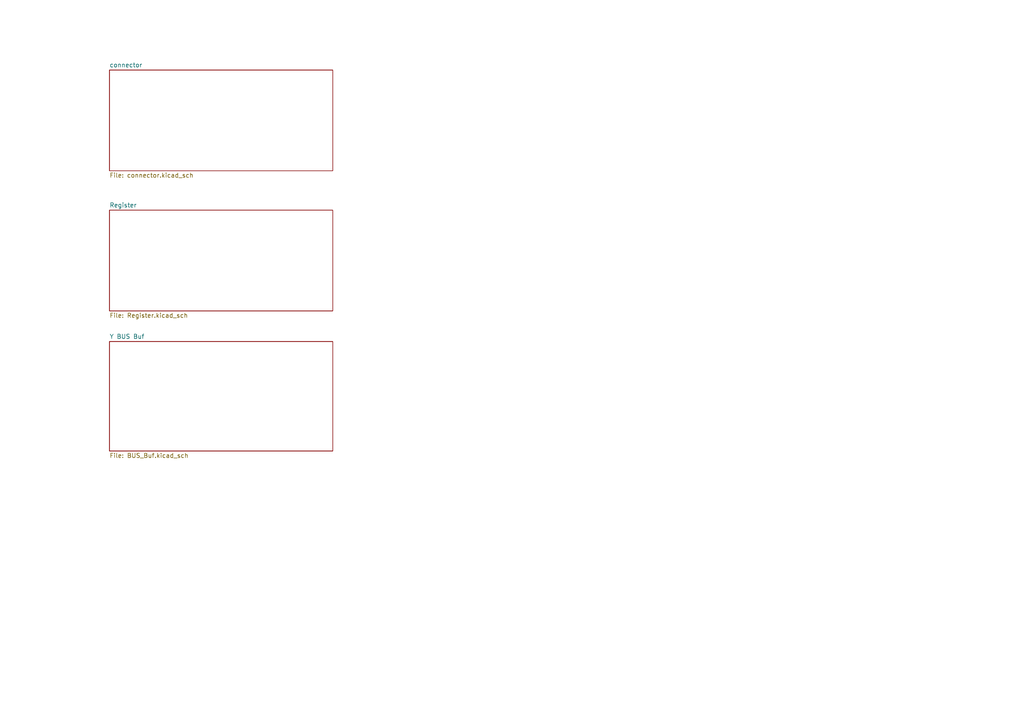
<source format=kicad_sch>
(kicad_sch (version 20211123) (generator eeschema)
  (paper "A4")
  (lib_symbols)
  (sheet (at 31.75 20.32) (size 64.77 29.21) (stroke (width 0.1524))
    (property "Sheet name" "connector" (at 31.75 19.6084 0) (effects (justify left bottom)))
    (property "Sheet file" "connector.kicad_sch" (at 31.75 50.1146 0) (effects (justify left top)))
  )
  (sheet (at 31.75 99.06) (size 64.77 31.75) (stroke (width 0.1524))
    (property "Sheet name" "Y BUS Buf" (at 31.75 98.3484 0) (effects (justify left bottom)))
    (property "Sheet file" "BUS_Buf.kicad_sch" (at 31.75 131.3946 0) (effects (justify left top)))
  )
  (sheet (at 31.75 60.96) (size 64.77 29.21) (stroke (width 0.1524))
    (property "Sheet name" "Register" (at 31.75 60.2484 0) (effects (justify left bottom)))
    (property "Sheet file" "Register.kicad_sch" (at 31.75 90.7546 0) (effects (justify left top)))
  )
)
</source>
